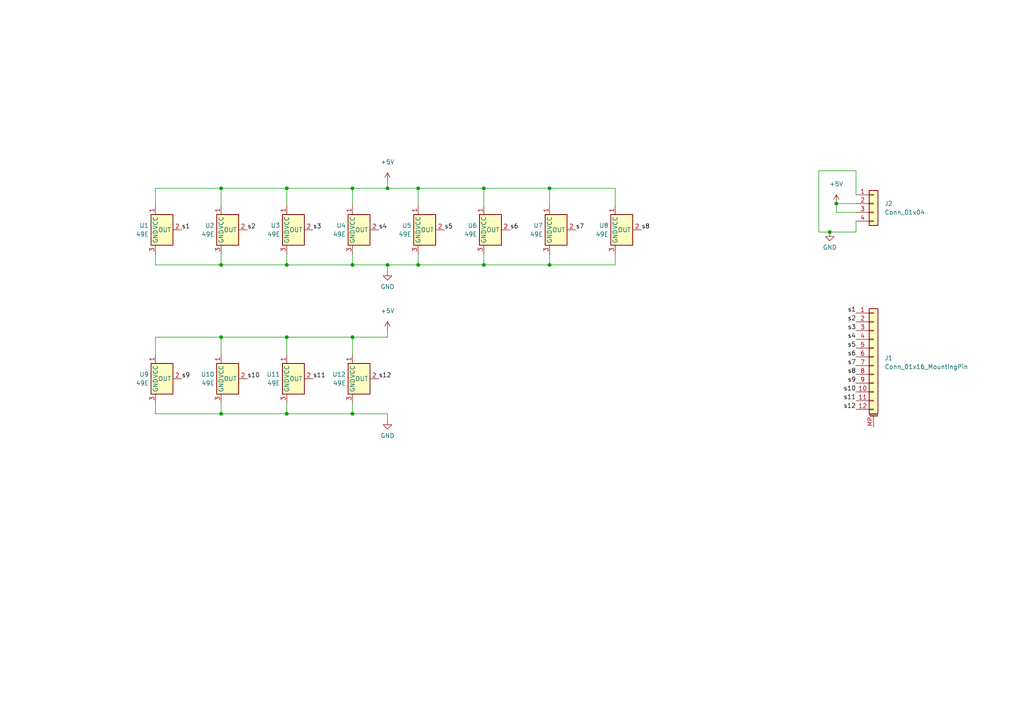
<source format=kicad_sch>
(kicad_sch (version 20211123) (generator eeschema)
  (paper "A4")
  (lib_symbols
    (symbol "Connector_Generic:Conn_01x04" (pin_names (offset 1.016) hide)
      (property "Reference" "J" (at 0 5.08 0))
      (property "Value" "Conn_01x04" (at 0 -7.62 0))
      (symbol "Conn_01x04_1_1"
        (rectangle (start -1.27 -4.953) (end 0 -5.207) (stroke (width 0.1524)))
        (rectangle (start -1.27 -2.413) (end 0 -2.667) (stroke (width 0.1524)))
        (rectangle (start -1.27 0.127) (end 0 -0.127) (stroke (width 0.1524)))
        (rectangle (start -1.27 2.667) (end 0 2.413) (stroke (width 0.1524)))
        (rectangle (start -1.27 3.81) (end 1.27 -6.35) (stroke (width 0.254)) (fill (type background)))
        (pin passive line (at -5.08 2.54 0) (length 3.81) (name "Pin_1") (number "1"))
        (pin passive line (at -5.08 0 0) (length 3.81) (name "Pin_2") (number "2"))
        (pin passive line (at -5.08 -2.54 0) (length 3.81) (name "Pin_3") (number "3"))
        (pin passive line (at -5.08 -5.08 0) (length 3.81) (name "Pin_4") (number "4"))
      )
    )
    (symbol "Connector_Generic_MountingPin:Conn_01x12_MountingPin" (pin_names (offset 1.016) hide)
      (property "Reference" "J" (at 0 15.24 0))
      (property "Value" "Conn_01x12_MountingPin" (at 1.27 -17.78 0))
      (symbol "Conn_01x12_MountingPin_1_1"
        (rectangle (start -1.27 -15.113) (end 0 -15.367) (stroke (width 0.1524)))
        (rectangle (start -1.27 -12.573) (end 0 -12.827) (stroke (width 0.1524)))
        (rectangle (start -1.27 -10.033) (end 0 -10.287) (stroke (width 0.1524)))
        (rectangle (start -1.27 -7.493) (end 0 -7.747) (stroke (width 0.1524)))
        (rectangle (start -1.27 -4.953) (end 0 -5.207) (stroke (width 0.1524)))
        (rectangle (start -1.27 -2.413) (end 0 -2.667) (stroke (width 0.1524)))
        (rectangle (start -1.27 0.127) (end 0 -0.127) (stroke (width 0.1524)))
        (rectangle (start -1.27 2.667) (end 0 2.413) (stroke (width 0.1524)))
        (rectangle (start -1.27 5.207) (end 0 4.953) (stroke (width 0.1524)))
        (rectangle (start -1.27 7.747) (end 0 7.493) (stroke (width 0.1524)))
        (rectangle (start -1.27 10.287) (end 0 10.033) (stroke (width 0.1524)))
        (rectangle (start -1.27 12.827) (end 0 12.573) (stroke (width 0.1524)))
        (rectangle (start -1.27 13.97) (end 1.27 -16.51) (stroke (width 0.254)) (fill (type background)))
        (polyline (pts (xy -1.016 -17.272) (xy 1.016 -17.272)) (stroke (width 0.1524)))
        (text "Mounting" (at 0 -16.891 0) (effects (font (size 0.381 0.381))))
        (pin passive line (at -5.08 12.7 0) (length 3.81) (name "Pin_1") (number "1"))
        (pin passive line (at -5.08 -10.16 0) (length 3.81) (name "Pin_10") (number "10"))
        (pin passive line (at -5.08 -12.7 0) (length 3.81) (name "Pin_11") (number "11"))
        (pin passive line (at -5.08 -15.24 0) (length 3.81) (name "Pin_12") (number "12"))
        (pin passive line (at -5.08 10.16 0) (length 3.81) (name "Pin_2") (number "2"))
        (pin passive line (at -5.08 7.62 0) (length 3.81) (name "Pin_3") (number "3"))
        (pin passive line (at -5.08 5.08 0) (length 3.81) (name "Pin_4") (number "4"))
        (pin passive line (at -5.08 2.54 0) (length 3.81) (name "Pin_5") (number "5"))
        (pin passive line (at -5.08 0 0) (length 3.81) (name "Pin_6") (number "6"))
        (pin passive line (at -5.08 -2.54 0) (length 3.81) (name "Pin_7") (number "7"))
        (pin passive line (at -5.08 -5.08 0) (length 3.81) (name "Pin_8") (number "8"))
        (pin passive line (at -5.08 -7.62 0) (length 3.81) (name "Pin_9") (number "9"))
        (pin passive line (at 0 -20.32 90) (length 3.048) (name "MountPin") (number "MP"))
      )
    )
    (symbol "SM351LT_2"
      (property "Reference" "U2" (at -3.81 1.2701 0))
      (property "Value" "SM351LT_2" (at -3.81 -1.2699 0))
      (symbol "SM351LT_2_0_1"
        (rectangle (start -3.175 4.445) (end 3.175 -4.445) (stroke (width 0.254)) (fill (type background)))
      )
      (symbol "SM351LT_2_1_1"
        (pin power_in line (at -1.905 6.985 270) (length 2.54) (name "VCC") (number "1"))
        (pin output line (at 5.715 0 180) (length 2.54) (name "OUT") (number "2"))
        (pin power_in line (at -1.905 -6.985 90) (length 2.54) (name "GND") (number "3"))
      )
    )
    (symbol "power:+5V" (power) (pin_names (offset 0))
      (property "Value" "+5V" (at 0 3.556 0))
      (symbol "+5V_0_1"
        (polyline (pts (xy -0.762 1.27) (xy 0 2.54)))
        (polyline (pts (xy 0 0) (xy 0 2.54)))
        (polyline (pts (xy 0 2.54) (xy 0.762 1.27)))
      )
      (symbol "+5V_1_1"
        (pin power_in line (at 0 0 90) (length 0) hide (name "+5V") (number "1"))
      )
    )
    (symbol "power:GND" (power) (pin_names (offset 0))
      (property "Value" "GND" (at 0 -3.81 0))
      (symbol "GND_0_1"
        (polyline (pts (xy 0 0) (xy 0 -1.27) (xy 1.27 -1.27) (xy 0 -2.54) (xy -1.27 -1.27) (xy 0 -1.27)))
      )
      (symbol "GND_1_1"
        (pin power_in line (at 0 0 270) (length 0) hide (name "GND") (number "1"))
      )
    )
  )
  (junction (at 83.185 54.61))
  (junction (at 240.665 67.31))
  (junction (at 83.185 97.79))
  (junction (at 121.285 54.61))
  (junction (at 242.57 59.055))
  (junction (at 83.185 120.015))
  (junction (at 102.235 54.61))
  (junction (at 121.285 76.835))
  (junction (at 112.395 54.61))
  (junction (at 159.385 54.61))
  (junction (at 83.185 76.835))
  (junction (at 102.235 97.79))
  (junction (at 64.135 76.835))
  (junction (at 159.385 76.835))
  (junction (at 102.235 76.835))
  (junction (at 64.135 54.61))
  (junction (at 140.335 76.835))
  (junction (at 112.395 76.835))
  (junction (at 140.335 54.61))
  (junction (at 64.135 120.015))
  (junction (at 64.135 97.79))
  (junction (at 102.235 120.015))
  (wire (pts (xy 45.085 97.79) (xy 64.135 97.79)))
  (wire (pts (xy 140.335 76.835) (xy 159.385 76.835)))
  (wire (pts (xy 64.135 97.79) (xy 64.135 102.87)))
  (wire (pts (xy 102.235 116.84) (xy 102.235 120.015)))
  (wire (pts (xy 45.085 76.835) (xy 64.135 76.835)))
  (wire (pts (xy 64.135 116.84) (xy 64.135 120.015)))
  (wire (pts (xy 121.285 76.835) (xy 140.335 76.835)))
  (wire (pts (xy 102.235 54.61) (xy 112.395 54.61)))
  (wire (pts (xy 112.395 52.705) (xy 112.395 54.61)))
  (wire (pts (xy 140.335 54.61) (xy 159.385 54.61)))
  (wire (pts (xy 83.185 73.66) (xy 83.185 76.835)))
  (wire (pts (xy 112.395 120.015) (xy 112.395 121.92)))
  (wire (pts (xy 159.385 54.61) (xy 159.385 59.69)))
  (wire (pts (xy 45.085 116.84) (xy 45.085 120.015)))
  (wire (pts (xy 248.285 61.595) (xy 242.57 61.595)))
  (wire (pts (xy 178.435 76.835) (xy 178.435 73.66)))
  (wire (pts (xy 102.235 102.87) (xy 102.235 97.79)))
  (wire (pts (xy 242.57 59.055) (xy 248.285 59.055)))
  (wire (pts (xy 237.49 67.31) (xy 240.665 67.31)))
  (wire (pts (xy 140.335 73.66) (xy 140.335 76.835)))
  (wire (pts (xy 248.285 56.515) (xy 248.285 49.53)))
  (wire (pts (xy 121.285 54.61) (xy 140.335 54.61)))
  (wire (pts (xy 64.135 54.61) (xy 64.135 59.69)))
  (wire (pts (xy 240.665 67.31) (xy 248.285 67.31)))
  (wire (pts (xy 83.185 76.835) (xy 102.235 76.835)))
  (wire (pts (xy 45.085 73.66) (xy 45.085 76.835)))
  (wire (pts (xy 102.235 76.835) (xy 112.395 76.835)))
  (wire (pts (xy 102.235 97.79) (xy 112.395 97.79)))
  (wire (pts (xy 102.235 73.66) (xy 102.235 76.835)))
  (wire (pts (xy 112.395 76.835) (xy 121.285 76.835)))
  (wire (pts (xy 45.085 54.61) (xy 64.135 54.61)))
  (wire (pts (xy 102.235 59.69) (xy 102.235 54.61)))
  (wire (pts (xy 159.385 76.835) (xy 178.435 76.835)))
  (wire (pts (xy 248.285 64.135) (xy 248.285 67.31)))
  (wire (pts (xy 83.185 116.84) (xy 83.185 120.015)))
  (wire (pts (xy 237.49 49.53) (xy 237.49 67.31)))
  (wire (pts (xy 242.57 59.055) (xy 242.57 61.595)))
  (wire (pts (xy 83.185 54.61) (xy 102.235 54.61)))
  (wire (pts (xy 45.085 102.87) (xy 45.085 97.79)))
  (wire (pts (xy 64.135 73.66) (xy 64.135 76.835)))
  (wire (pts (xy 83.185 97.79) (xy 102.235 97.79)))
  (wire (pts (xy 64.135 76.835) (xy 83.185 76.835)))
  (wire (pts (xy 112.395 95.885) (xy 112.395 97.79)))
  (wire (pts (xy 64.135 120.015) (xy 83.185 120.015)))
  (wire (pts (xy 112.395 76.835) (xy 112.395 78.74)))
  (wire (pts (xy 140.335 59.69) (xy 140.335 54.61)))
  (wire (pts (xy 112.395 54.61) (xy 121.285 54.61)))
  (wire (pts (xy 159.385 73.66) (xy 159.385 76.835)))
  (wire (pts (xy 178.435 54.61) (xy 178.435 59.69)))
  (wire (pts (xy 159.385 54.61) (xy 178.435 54.61)))
  (wire (pts (xy 64.135 97.79) (xy 83.185 97.79)))
  (wire (pts (xy 121.285 54.61) (xy 121.285 59.69)))
  (wire (pts (xy 121.285 73.66) (xy 121.285 76.835)))
  (wire (pts (xy 45.085 59.69) (xy 45.085 54.61)))
  (wire (pts (xy 83.185 97.79) (xy 83.185 102.87)))
  (wire (pts (xy 102.235 120.015) (xy 112.395 120.015)))
  (wire (pts (xy 248.285 49.53) (xy 237.49 49.53)))
  (wire (pts (xy 83.185 54.61) (xy 83.185 59.69)))
  (wire (pts (xy 64.135 54.61) (xy 83.185 54.61)))
  (wire (pts (xy 45.085 120.015) (xy 64.135 120.015)))
  (wire (pts (xy 83.185 120.015) (xy 102.235 120.015)))
  (label "s8" (at 248.285 108.585 180))
  (label "s2" (at 71.755 66.675 0))
  (label "s11" (at 90.805 109.855 0))
  (label "s6" (at 248.285 103.505 180))
  (label "s10" (at 71.755 109.855 0))
  (label "s1" (at 248.285 90.805 180))
  (label "s2" (at 248.285 93.345 180))
  (label "s11" (at 248.285 116.205 180))
  (label "s4" (at 109.855 66.675 0))
  (label "s3" (at 90.805 66.675 0))
  (label "s8" (at 186.055 66.675 0))
  (label "s9" (at 52.705 109.855 0))
  (label "s6" (at 147.955 66.675 0))
  (label "s4" (at 248.285 98.425 180))
  (label "s12" (at 109.855 109.855 0))
  (label "s12" (at 248.285 118.745 180))
  (label "s7" (at 167.005 66.675 0))
  (label "s1" (at 52.705 66.675 0))
  (label "s5" (at 128.905 66.675 0))
  (label "s5" (at 248.285 100.965 180))
  (label "s10" (at 248.285 113.665 180))
  (label "s3" (at 248.285 95.885 180))
  (label "s7" (at 248.285 106.045 180))
  (label "s9" (at 248.285 111.125 180))
  (symbol (lib_id "Connector_Generic:Conn_01x04") (at 253.365 59.055 0) (unit 1)
    (property "Reference" "J2" (at 256.54 59.0549 0) (effects (justify left)))
    (property "Value" "Conn_01x04" (at 256.54 61.5949 0) (effects (justify left)))
    (property "Footprint" "Connector_PinHeader_2.54mm:PinHeader_1x04_P2.54mm_Vertical" (effects hide))
  )
  (symbol (lib_name "SM351LT_2") (lib_id "Sensor_Magnetic:SM351LT") (at 161.29 66.675 0) (unit 1)
    (property "Reference" "U7" (at 157.48 65.4049 0) (effects (justify right)))
    (property "Value" "49E" (at 157.48 67.9449 0) (effects (justify right)))
    (property "Footprint" "INEP:SOT-23" (effects hide))
  )
  (symbol (lib_name "SM351LT_2") (lib_id "Sensor_Magnetic:SM351LT") (at 85.09 66.675 0) (unit 1)
    (property "Reference" "U3" (at 81.28 65.4049 0) (effects (justify right)))
    (property "Value" "49E" (at 81.28 67.9449 0) (effects (justify right)))
    (property "Footprint" "INEP:SOT-23" (effects hide))
  )
  (symbol (lib_name "SM351LT_2") (lib_id "Sensor_Magnetic:SM351LT") (at 46.99 109.855 0) (unit 1)
    (property "Reference" "U9" (at 43.18 108.5849 0) (effects (justify right)))
    (property "Value" "49E" (at 43.18 111.1249 0) (effects (justify right)))
    (property "Footprint" "INEP:SOT-23" (effects hide))
  )
  (symbol (lib_id "power:GND") (at 112.395 121.92 0) (unit 1)
    (property "Reference" "#PWR04" (effects hide))
    (property "Value" "GND" (at 112.395 126.365 0))
  )
  (symbol (lib_id "power:GND") (at 112.395 78.74 0) (unit 1)
    (property "Reference" "#PWR02" (effects hide))
    (property "Value" "GND" (at 112.395 83.185 0))
  )
  (symbol (lib_name "SM351LT_2") (lib_id "Sensor_Magnetic:SM351LT") (at 123.19 66.675 0) (unit 1)
    (property "Reference" "U5" (at 119.38 65.4049 0) (effects (justify right)))
    (property "Value" "49E" (at 119.38 67.9449 0) (effects (justify right)))
    (property "Footprint" "INEP:SOT-23" (effects hide))
  )
  (symbol (lib_id "power:+5V") (at 242.57 59.055 0) (unit 1)
    (property "Reference" "#PWR0102" (effects hide))
    (property "Value" "+5V" (at 242.57 53.34 0))
  )
  (symbol (lib_name "SM351LT_2") (lib_id "Sensor_Magnetic:SM351LT") (at 142.24 66.675 0) (unit 1)
    (property "Reference" "U6" (at 138.43 65.4049 0) (effects (justify right)))
    (property "Value" "49E" (at 138.43 67.9449 0) (effects (justify right)))
    (property "Footprint" "INEP:SOT-23" (effects hide))
  )
  (symbol (lib_id "Connector_Generic_MountingPin:Conn_01x12_MountingPin") (at 253.365 103.505 0) (unit 1)
    (property "Reference" "J1" (at 256.54 103.8605 0) (effects (justify left)))
    (property "Value" "Conn_01x16_MountingPin" (at 256.54 106.4005 0) (effects (justify left)))
    (property "Footprint" "Connector_PinHeader_2.54mm:PinHeader_1x12_P2.54mm_Vertical" (effects hide))
  )
  (symbol (lib_id "power:+5V") (at 112.395 52.705 0) (unit 1)
    (property "Reference" "#PWR01" (effects hide))
    (property "Value" "+5V" (at 112.395 46.99 0))
  )
  (symbol (lib_name "SM351LT_2") (lib_id "Sensor_Magnetic:SM351LT") (at 104.14 109.855 0) (unit 1)
    (property "Reference" "U12" (at 100.33 108.5849 0) (effects (justify right)))
    (property "Value" "49E" (at 100.33 111.1249 0) (effects (justify right)))
    (property "Footprint" "INEP:SOT-23" (effects hide))
  )
  (symbol (lib_name "SM351LT_2") (lib_id "Sensor_Magnetic:SM351LT") (at 66.04 66.675 0) (unit 1)
    (property "Reference" "U2" (at 62.23 65.4049 0) (effects (justify right)))
    (property "Value" "49E" (at 62.23 67.9449 0) (effects (justify right)))
    (property "Footprint" "INEP:SOT-23" (effects hide))
  )
  (symbol (lib_name "SM351LT_2") (lib_id "Sensor_Magnetic:SM351LT") (at 85.09 109.855 0) (unit 1)
    (property "Reference" "U11" (at 81.28 108.5849 0) (effects (justify right)))
    (property "Value" "49E" (at 81.28 111.1249 0) (effects (justify right)))
    (property "Footprint" "INEP:SOT-23" (effects hide))
  )
  (symbol (lib_name "SM351LT_2") (lib_id "Sensor_Magnetic:SM351LT") (at 46.99 66.675 0) (unit 1)
    (property "Reference" "U1" (at 43.18 65.4049 0) (effects (justify right)))
    (property "Value" "49E" (at 43.18 67.9449 0) (effects (justify right)))
    (property "Footprint" "INEP:SOT-23" (effects hide))
  )
  (symbol (lib_id "power:GND") (at 240.665 67.31 0) (unit 1)
    (property "Reference" "#PWR0101" (effects hide))
    (property "Value" "GND" (at 240.665 71.755 0))
  )
  (symbol (lib_name "SM351LT_2") (lib_id "Sensor_Magnetic:SM351LT") (at 104.14 66.675 0) (unit 1)
    (property "Reference" "U4" (at 100.33 65.4049 0) (effects (justify right)))
    (property "Value" "49E" (at 100.33 67.9449 0) (effects (justify right)))
    (property "Footprint" "INEP:SOT-23" (effects hide))
  )
  (symbol (lib_name "SM351LT_2") (lib_id "Sensor_Magnetic:SM351LT") (at 180.34 66.675 0) (unit 1)
    (property "Reference" "U8" (at 176.53 65.4049 0) (effects (justify right)))
    (property "Value" "49E" (at 176.53 67.9449 0) (effects (justify right)))
    (property "Footprint" "INEP:SOT-23" (effects hide))
  )
  (symbol (lib_id "power:+5V") (at 112.395 95.885 0) (unit 1)
    (property "Reference" "#PWR03" (effects hide))
    (property "Value" "+5V" (at 112.395 90.17 0))
  )
  (symbol (lib_name "SM351LT_2") (lib_id "Sensor_Magnetic:SM351LT") (at 66.04 109.855 0) (unit 1)
    (property "Reference" "U10" (at 62.23 108.5849 0) (effects (justify right)))
    (property "Value" "49E" (at 62.23 111.1249 0) (effects (justify right)))
    (property "Footprint" "INEP:SOT-23" (effects hide))
  )
)
</source>
